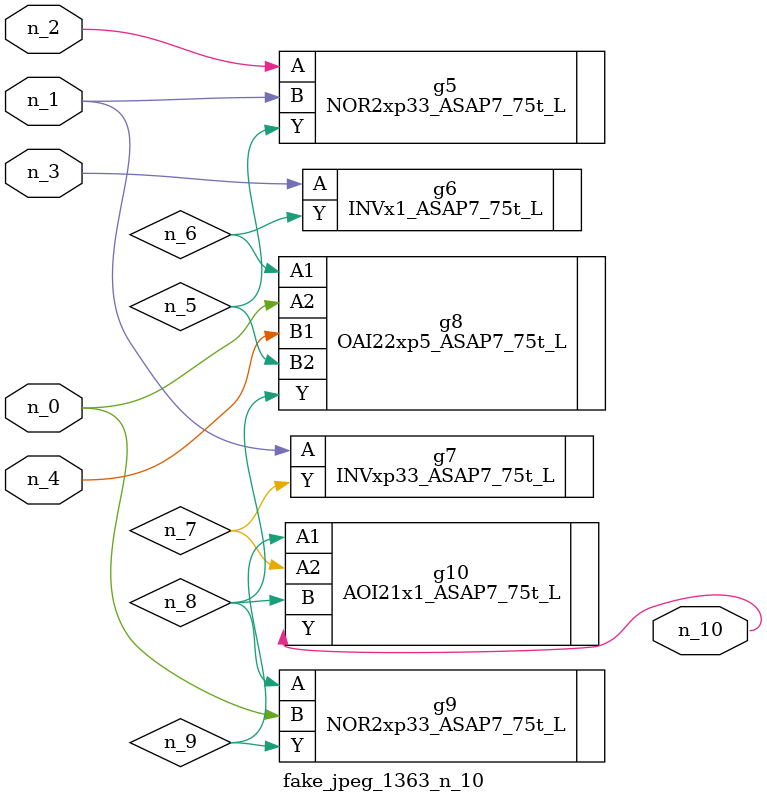
<source format=v>
module fake_jpeg_1363_n_10 (n_3, n_2, n_1, n_0, n_4, n_10);

input n_3;
input n_2;
input n_1;
input n_0;
input n_4;

output n_10;

wire n_8;
wire n_9;
wire n_6;
wire n_5;
wire n_7;

NOR2xp33_ASAP7_75t_L g5 ( 
.A(n_2),
.B(n_1),
.Y(n_5)
);

INVx1_ASAP7_75t_L g6 ( 
.A(n_3),
.Y(n_6)
);

INVxp33_ASAP7_75t_L g7 ( 
.A(n_1),
.Y(n_7)
);

OAI22xp5_ASAP7_75t_L g8 ( 
.A1(n_6),
.A2(n_0),
.B1(n_4),
.B2(n_5),
.Y(n_8)
);

NOR2xp33_ASAP7_75t_L g9 ( 
.A(n_8),
.B(n_0),
.Y(n_9)
);

AOI21x1_ASAP7_75t_L g10 ( 
.A1(n_9),
.A2(n_7),
.B(n_8),
.Y(n_10)
);


endmodule
</source>
